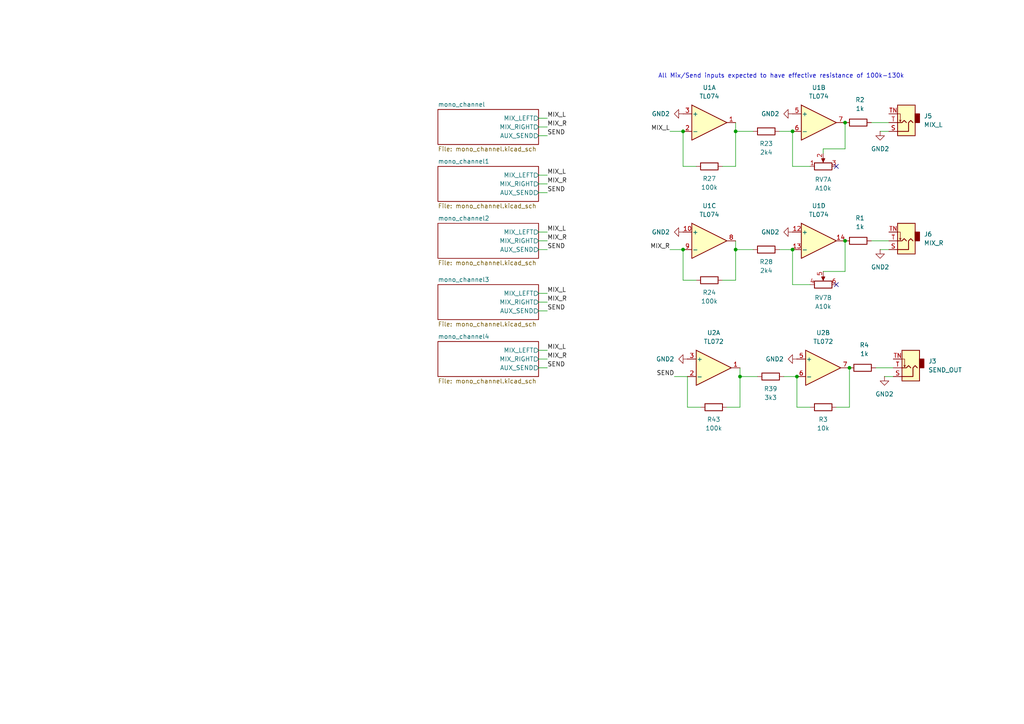
<source format=kicad_sch>
(kicad_sch (version 20231120) (generator "eeschema") (generator_version "8.0")
  (paper "A4")
  (title_block (rev "1A") (comment 1 "1A - updated R23, R28, R39"))
  (lib_symbols
    (symbol "Connector_Audio:AudioJack2_SwitchT"
      (property "Reference" "J" (at 0 8.89 0))
      (property "Value" "AudioJack2_SwitchT" (at 0 6.35 0))
      (symbol "AudioJack2_SwitchT_0_1"
        (rectangle (start -2.54 0) (end -3.81 -2.54) (stroke (width 0.254)) (fill (type outline)))
        (polyline (pts (xy 1.778 -0.254) (xy 2.032 -0.762)))
        (polyline (pts (xy 0 0) (xy 0.635 -0.635) (xy 1.27 0) (xy 2.54 0)) (stroke (width 0.254)))
        (polyline (pts (xy 2.54 -2.54) (xy 1.778 -2.54) (xy 1.778 -0.254) (xy 1.524 -0.762)))
        (polyline (pts (xy 2.54 2.54) (xy -0.635 2.54) (xy -0.635 0) (xy -1.27 -0.635) (xy -1.905 0)) (stroke (width 0.254)))
        (rectangle (start 2.54 3.81) (end -2.54 -5.08) (stroke (width 0.254)) (fill (type background)))
      )
      (symbol "AudioJack2_SwitchT_1_1"
        (pin passive line (at 5.08 2.54 180) (length 2.54) (name "~") (number "S"))
        (pin passive line (at 5.08 0 180) (length 2.54) (name "~") (number "T"))
        (pin passive line (at 5.08 -2.54 180) (length 2.54) (name "~") (number "TN"))
      )
    )
    (symbol "Device:R" (pin_numbers hide) (pin_names (offset 0))
      (property "Reference" "R" (at 2.032 0 90))
      (property "Value" "R" (at 0 0 90))
      (symbol "R_0_1"
        (rectangle (start -1.016 -2.54) (end 1.016 2.54) (stroke (width 0.254)))
      )
      (symbol "R_1_1"
        (pin passive line (at 0 3.81 270) (length 1.27) (name "~") (number "1"))
        (pin passive line (at 0 -3.81 90) (length 1.27) (name "~") (number "2"))
      )
    )
    (symbol "Device:R_Potentiometer_Dual_Separate" (pin_names (offset 1.016) hide)
      (property "Reference" "RV" (at -4.445 0 90))
      (property "Value" "R_Potentiometer_Dual_Separate" (at -2.54 0 90))
      (symbol "R_Potentiometer_Dual_Separate_0_1"
        (polyline (pts (xy 2.54 0) (xy 1.524 0)))
        (polyline (pts (xy 1.143 0) (xy 2.286 0.508) (xy 2.286 -0.508) (xy 1.143 0)) (fill (type outline)))
        (rectangle (start 1.016 2.54) (end -1.016 -2.54) (stroke (width 0.254)))
      )
      (symbol "R_Potentiometer_Dual_Separate_1_1"
        (pin passive line (at 0 3.81 270) (length 1.27) (name "1") (number "1"))
        (pin passive line (at 3.81 0 180) (length 1.27) (name "2") (number "2"))
        (pin passive line (at 0 -3.81 90) (length 1.27) (name "3") (number "3"))
      )
      (symbol "R_Potentiometer_Dual_Separate_2_1"
        (pin passive line (at 0 3.81 270) (length 1.27) (name "4") (number "4"))
        (pin passive line (at 3.81 0 180) (length 1.27) (name "5") (number "5"))
        (pin passive line (at 0 -3.81 90) (length 1.27) (name "6") (number "6"))
      )
    )
    (symbol "KitsBlips:TL072" (pin_names (offset 0.127))
      (property "Reference" "U" (at 0 5.08 0))
      (property "Value" "TL072" (at 0 -5.08 0))
      (symbol "TL072_1_1"
        (polyline (pts (xy -5.08 5.08) (xy 5.08 0) (xy -5.08 -5.08) (xy -5.08 5.08)) (stroke (width 0.254)) (fill (type background)))
        (pin output line (at 7.62 0 180) (length 2.54) (name "~") (number "1"))
        (pin input line (at -7.62 -2.54 0) (length 2.54) (name "-") (number "2"))
        (pin input line (at -7.62 2.54 0) (length 2.54) (name "+") (number "3"))
      )
      (symbol "TL072_2_1"
        (polyline (pts (xy -5.08 5.08) (xy 5.08 0) (xy -5.08 -5.08) (xy -5.08 5.08)) (stroke (width 0.254)) (fill (type background)))
        (pin input line (at -7.62 2.54 0) (length 2.54) (name "+") (number "5"))
        (pin input line (at -7.62 -2.54 0) (length 2.54) (name "-") (number "6"))
        (pin output line (at 7.62 0 180) (length 2.54) (name "~") (number "7"))
      )
      (symbol "TL072_3_1"
        (pin power_in line (at -2.54 -7.62 90) (length 3.81) (name "V-") (number "4"))
        (pin power_in line (at -2.54 7.62 270) (length 3.81) (name "V+") (number "8"))
      )
    )
    (symbol "KitsBlips:TL074" (pin_names (offset 0.127))
      (property "Reference" "U" (at 0 5.08 0))
      (property "Value" "TL074" (at 0 -5.08 0))
      (symbol "TL074_1_1"
        (polyline (pts (xy -5.08 5.08) (xy 5.08 0) (xy -5.08 -5.08) (xy -5.08 5.08)) (stroke (width 0.254)) (fill (type background)))
        (pin output line (at 7.62 0 180) (length 2.54) (name "~") (number "1"))
        (pin input line (at -7.62 -2.54 0) (length 2.54) (name "-") (number "2"))
        (pin input line (at -7.62 2.54 0) (length 2.54) (name "+") (number "3"))
      )
      (symbol "TL074_2_1"
        (polyline (pts (xy -5.08 5.08) (xy 5.08 0) (xy -5.08 -5.08) (xy -5.08 5.08)) (stroke (width 0.254)) (fill (type background)))
        (pin input line (at -7.62 2.54 0) (length 2.54) (name "+") (number "5"))
        (pin input line (at -7.62 -2.54 0) (length 2.54) (name "-") (number "6"))
        (pin output line (at 7.62 0 180) (length 2.54) (name "~") (number "7"))
      )
      (symbol "TL074_3_1"
        (polyline (pts (xy -5.08 5.08) (xy 5.08 0) (xy -5.08 -5.08) (xy -5.08 5.08)) (stroke (width 0.254)) (fill (type background)))
        (pin input line (at -7.62 2.54 0) (length 2.54) (name "+") (number "10"))
        (pin output line (at 7.62 0 180) (length 2.54) (name "~") (number "8"))
        (pin input line (at -7.62 -2.54 0) (length 2.54) (name "-") (number "9"))
      )
      (symbol "TL074_4_1"
        (polyline (pts (xy -5.08 5.08) (xy 5.08 0) (xy -5.08 -5.08) (xy -5.08 5.08)) (stroke (width 0.254)) (fill (type background)))
        (pin input line (at -7.62 2.54 0) (length 2.54) (name "+") (number "12"))
        (pin input line (at -7.62 -2.54 0) (length 2.54) (name "-") (number "13"))
        (pin output line (at 7.62 0 180) (length 2.54) (name "~") (number "14"))
      )
      (symbol "TL074_5_1"
        (pin power_in line (at -2.54 -7.62 90) (length 3.81) (name "V-") (number "11"))
        (pin power_in line (at -2.54 7.62 270) (length 3.81) (name "V+") (number "4"))
      )
    )
    (symbol "power:GND2" (power) (pin_numbers hide) (pin_names (offset 0) hide)
      (property "Value" "GND2" (at 0 -3.81 0))
      (symbol "GND2_0_1"
        (polyline (pts (xy 0 0) (xy 0 -1.27) (xy 1.27 -1.27) (xy 0 -2.54) (xy -1.27 -1.27) (xy 0 -1.27)))
      )
      (symbol "GND2_1_1"
        (pin power_in line (at 0 0 270) (length 0) (name "~") (number "1"))
      )
    )
  )
  (junction (at 213.36 38.1))
  (junction (at 245.11 35.56))
  (junction (at 229.87 72.39))
  (junction (at 213.36 72.39))
  (junction (at 231.14 109.22))
  (junction (at 229.87 38.1))
  (junction (at 214.63 109.22))
  (junction (at 246.38 106.68))
  (junction (at 198.12 38.1))
  (junction (at 245.11 69.85))
  (junction (at 198.12 72.39))
  (no_connect (at 242.57 82.55))
  (no_connect (at 242.57 48.26))
  (wire (pts (xy 199.39 118.11) (xy 199.39 109.22)))
  (wire (pts (xy 246.38 106.68) (xy 246.38 118.11)))
  (wire (pts (xy 252.73 69.85) (xy 257.81 69.85)))
  (wire (pts (xy 156.21 104.14) (xy 158.75 104.14)))
  (wire (pts (xy 227.33 109.22) (xy 231.14 109.22)))
  (wire (pts (xy 156.21 69.85) (xy 158.75 69.85)))
  (wire (pts (xy 198.12 48.26) (xy 198.12 38.1)))
  (wire (pts (xy 209.55 81.28) (xy 213.36 81.28)))
  (wire (pts (xy 257.81 38.1) (xy 255.27 38.1)))
  (wire (pts (xy 194.31 38.1) (xy 198.12 38.1)))
  (wire (pts (xy 156.21 101.6) (xy 158.75 101.6)))
  (wire (pts (xy 156.21 39.37) (xy 158.75 39.37)))
  (wire (pts (xy 213.36 38.1) (xy 218.44 38.1)))
  (wire (pts (xy 226.06 38.1) (xy 229.87 38.1)))
  (wire (pts (xy 156.21 53.34) (xy 158.75 53.34)))
  (wire (pts (xy 245.11 69.85) (xy 245.11 78.74)))
  (wire (pts (xy 195.58 109.22) (xy 199.39 109.22)))
  (wire (pts (xy 156.21 34.29) (xy 158.75 34.29)))
  (wire (pts (xy 156.21 85.09) (xy 158.75 85.09)))
  (wire (pts (xy 257.81 72.39) (xy 255.27 72.39)))
  (wire (pts (xy 156.21 90.17) (xy 158.75 90.17)))
  (wire (pts (xy 238.76 78.74) (xy 245.11 78.74)))
  (wire (pts (xy 229.87 48.26) (xy 234.95 48.26)))
  (wire (pts (xy 214.63 106.68) (xy 214.63 109.22)))
  (wire (pts (xy 213.36 72.39) (xy 218.44 72.39)))
  (wire (pts (xy 156.21 72.39) (xy 158.75 72.39)))
  (wire (pts (xy 213.36 38.1) (xy 213.36 48.26)))
  (wire (pts (xy 156.21 106.68) (xy 158.75 106.68)))
  (wire (pts (xy 156.21 87.63) (xy 158.75 87.63)))
  (wire (pts (xy 194.31 72.39) (xy 198.12 72.39)))
  (wire (pts (xy 246.38 118.11) (xy 242.57 118.11)))
  (wire (pts (xy 213.36 81.28) (xy 213.36 72.39)))
  (wire (pts (xy 231.14 118.11) (xy 234.95 118.11)))
  (wire (pts (xy 214.63 118.11) (xy 214.63 109.22)))
  (wire (pts (xy 231.14 109.22) (xy 231.14 118.11)))
  (wire (pts (xy 156.21 55.88) (xy 158.75 55.88)))
  (wire (pts (xy 201.93 81.28) (xy 198.12 81.28)))
  (wire (pts (xy 209.55 48.26) (xy 213.36 48.26)))
  (wire (pts (xy 156.21 67.31) (xy 158.75 67.31)))
  (wire (pts (xy 156.21 36.83) (xy 158.75 36.83)))
  (wire (pts (xy 201.93 48.26) (xy 198.12 48.26)))
  (wire (pts (xy 245.11 43.18) (xy 245.11 35.56)))
  (wire (pts (xy 238.76 43.18) (xy 238.76 44.45)))
  (wire (pts (xy 213.36 35.56) (xy 213.36 38.1)))
  (wire (pts (xy 214.63 109.22) (xy 219.71 109.22)))
  (wire (pts (xy 198.12 81.28) (xy 198.12 72.39)))
  (wire (pts (xy 254 106.68) (xy 259.08 106.68)))
  (wire (pts (xy 259.08 109.22) (xy 256.54 109.22)))
  (wire (pts (xy 229.87 72.39) (xy 229.87 82.55)))
  (wire (pts (xy 213.36 69.85) (xy 213.36 72.39)))
  (wire (pts (xy 229.87 48.26) (xy 229.87 38.1)))
  (wire (pts (xy 226.06 72.39) (xy 229.87 72.39)))
  (wire (pts (xy 210.82 118.11) (xy 214.63 118.11)))
  (wire (pts (xy 203.2 118.11) (xy 199.39 118.11)))
  (wire (pts (xy 229.87 82.55) (xy 234.95 82.55)))
  (wire (pts (xy 238.76 43.18) (xy 245.11 43.18)))
  (wire (pts (xy 156.21 50.8) (xy 158.75 50.8)))
  (wire (pts (xy 252.73 35.56) (xy 257.81 35.56)))
  (text "All Mix/Send inputs expected to have effective resistance of 100k-130k" (at 226.568 22.098 0) (effects (font (size 1.27 1.27))))
  (label "MIX_R" (at 158.75 87.63 0))
  (label "SEND" (at 158.75 72.39 0))
  (label "MIX_R" (at 194.31 72.39 180))
  (label "SEND" (at 158.75 39.37 0))
  (label "MIX_R" (at 158.75 53.34 0))
  (label "SEND" (at 158.75 106.68 0))
  (label "MIX_R" (at 158.75 36.83 0))
  (label "MIX_L" (at 158.75 67.31 0))
  (label "MIX_L" (at 158.75 50.8 0))
  (label "MIX_R" (at 158.75 69.85 0))
  (label "SEND" (at 158.75 55.88 0))
  (label "SEND" (at 195.58 109.22 180))
  (label "MIX_R" (at 158.75 104.14 0))
  (label "MIX_L" (at 158.75 101.6 0))
  (label "MIX_L" (at 158.75 34.29 0))
  (label "SEND" (at 158.75 90.17 0))
  (label "MIX_L" (at 158.75 85.09 0))
  (label "MIX_L" (at 194.31 38.1 180))
  (symbol (lib_id "power:GND2") (at 255.27 38.1 0) (unit 1)
    (property "Reference" "#PWR022" (effects (hide yes)))
    (property "Value" "GND2" (at 255.27 43.18 0))
    (property "Description" "Power symbol creates a global label with name \"GND2\" , ground" (effects (hide yes)))
  )
  (symbol (lib_id "Device:R_Potentiometer_Dual_Separate") (at 238.76 48.26 90) (unit 1)
    (property "Reference" "RV7" (at 238.76 52.07 90))
    (property "Value" "A10k" (at 238.76 54.61 90))
    (property "Footprint" "KitsBlips:Potentiometer_Alpha_RD902F-40-00D_Dual_Vertical" (effects (hide yes)))
    (property "Description" "Dual potentiometer, separate units" (effects (hide yes)))
  )
  (symbol (lib_id "Device:R") (at 205.74 81.28 270) (unit 1)
    (property "Reference" "R24" (at 205.74 84.836 90))
    (property "Value" "100k" (at 205.74 87.376 90))
    (property "Footprint" "Resistor_SMD:R_0603_1608Metric_Pad0.98x0.95mm_HandSolder" (effects (hide yes)))
    (property "Description" "Resistor" (effects (hide yes)))
  )
  (symbol (lib_id "power:GND2") (at 199.39 104.14 270) (unit 1)
    (property "Reference" "#PWR014" (effects (hide yes)))
    (property "Value" "GND2" (at 195.58 104.1399 90) (effects (justify right)))
    (property "Description" "Power symbol creates a global label with name \"GND2\" , ground" (effects (hide yes)))
  )
  (symbol (lib_id "KitsBlips:TL074") (at 237.49 69.85 0) (unit 4)
    (property "Reference" "U1" (at 237.49 59.69 0))
    (property "Value" "TL074" (at 237.49 62.23 0))
    (property "Footprint" "Package_SO:SOIC-14_3.9x8.7mm_P1.27mm" (effects (hide yes)))
    (property "Datasheet" "http://www.ti.com/lit/ds/symlink/tl071.pdf" (effects (hide yes)))
    (property "Description" "Quad Low-Noise JFET-Input Operational Amplifiers, DIP-14/SOIC-14" (effects (hide yes)))
  )
  (symbol (lib_id "power:GND2") (at 256.54 109.22 0) (unit 1)
    (property "Reference" "#PWR017" (effects (hide yes)))
    (property "Value" "GND2" (at 256.54 114.3 0))
    (property "Description" "Power symbol creates a global label with name \"GND2\" , ground" (effects (hide yes)))
  )
  (symbol (lib_id "Device:R") (at 223.52 109.22 270) (unit 1)
    (property "Reference" "R39" (at 223.52 112.776 90))
    (property "Value" "3k3" (at 223.52 115.316 90))
    (property "Footprint" "Resistor_SMD:R_0603_1608Metric_Pad0.98x0.95mm_HandSolder" (effects (hide yes)))
    (property "Description" "Resistor" (effects (hide yes)))
  )
  (symbol (lib_id "power:GND2") (at 198.12 33.02 270) (unit 1)
    (property "Reference" "#PWR05" (effects (hide yes)))
    (property "Value" "GND2" (at 194.31 33.0199 90) (effects (justify right)))
    (property "Description" "Power symbol creates a global label with name \"GND2\" , ground" (effects (hide yes)))
  )
  (symbol (lib_id "Device:R") (at 250.19 106.68 270) (unit 1)
    (property "Reference" "R4" (at 250.698 100.076 90))
    (property "Value" "1k" (at 250.698 102.616 90))
    (property "Footprint" "Resistor_SMD:R_0603_1608Metric_Pad0.98x0.95mm_HandSolder" (effects (hide yes)))
    (property "Description" "Resistor" (effects (hide yes)))
  )
  (symbol (lib_id "power:GND2") (at 255.27 72.39 0) (unit 1)
    (property "Reference" "#PWR028" (effects (hide yes)))
    (property "Value" "GND2" (at 255.27 77.47 0))
    (property "Description" "Power symbol creates a global label with name \"GND2\" , ground" (effects (hide yes)))
  )
  (symbol (lib_id "Device:R") (at 207.01 118.11 270) (unit 1)
    (property "Reference" "R43" (at 207.01 121.666 90))
    (property "Value" "100k" (at 207.01 124.206 90))
    (property "Footprint" "Resistor_SMD:R_0603_1608Metric_Pad0.98x0.95mm_HandSolder" (effects (hide yes)))
    (property "Description" "Resistor" (effects (hide yes)))
  )
  (symbol (lib_id "Device:R") (at 248.92 69.85 270) (unit 1)
    (property "Reference" "R1" (at 249.428 63.246 90))
    (property "Value" "1k" (at 249.428 65.786 90))
    (property "Footprint" "Resistor_SMD:R_0603_1608Metric_Pad0.98x0.95mm_HandSolder" (effects (hide yes)))
    (property "Description" "Resistor" (effects (hide yes)))
  )
  (symbol (lib_id "Device:R") (at 248.92 35.56 270) (unit 1)
    (property "Reference" "R2" (at 249.428 28.956 90))
    (property "Value" "1k" (at 249.428 31.496 90))
    (property "Footprint" "Resistor_SMD:R_0603_1608Metric_Pad0.98x0.95mm_HandSolder" (effects (hide yes)))
    (property "Description" "Resistor" (effects (hide yes)))
  )
  (symbol (lib_id "Connector_Audio:AudioJack2_SwitchT") (at 262.89 69.85 180) (unit 1)
    (property "Reference" "J6" (at 267.97 67.9449 0) (effects (justify right)))
    (property "Value" "MIX_R" (at 267.97 70.4849 0) (effects (justify right)))
    (property "Footprint" "KitsBlips:Jack_3.5mm_QingPu_WQP-PJ398SM_Vertical_CircularHoles" (effects (hide yes)))
    (property "Description" "Audio Jack, 2 Poles (Mono / TS), Switched T Pole (Normalling)" (effects (hide yes)))
  )
  (symbol (lib_id "power:GND2") (at 198.12 67.31 270) (unit 1)
    (property "Reference" "#PWR07" (effects (hide yes)))
    (property "Value" "GND2" (at 194.31 67.3099 90) (effects (justify right)))
    (property "Description" "Power symbol creates a global label with name \"GND2\" , ground" (effects (hide yes)))
  )
  (symbol (lib_id "Connector_Audio:AudioJack2_SwitchT") (at 264.16 106.68 180) (unit 1)
    (property "Reference" "J3" (at 269.24 104.7749 0) (effects (justify right)))
    (property "Value" "SEND_OUT" (at 269.24 107.3149 0) (effects (justify right)))
    (property "Footprint" "KitsBlips:Jack_3.5mm_QingPu_WQP-PJ398SM_Vertical_CircularHoles" (effects (hide yes)))
    (property "Description" "Audio Jack, 2 Poles (Mono / TS), Switched T Pole (Normalling)" (effects (hide yes)))
  )
  (symbol (lib_id "Device:R") (at 222.25 72.39 270) (unit 1)
    (property "Reference" "R28" (at 222.25 75.946 90))
    (property "Value" "2k4" (at 222.25 78.486 90))
    (property "Footprint" "Resistor_SMD:R_0603_1608Metric_Pad0.98x0.95mm_HandSolder" (effects (hide yes)))
    (property "Description" "Resistor" (effects (hide yes)))
  )
  (symbol (lib_id "Device:R_Potentiometer_Dual_Separate") (at 238.76 82.55 90) (unit 2)
    (property "Reference" "RV7" (at 238.76 86.36 90))
    (property "Value" "A10k" (at 238.76 88.9 90))
    (property "Footprint" "KitsBlips:Potentiometer_Alpha_RD902F-40-00D_Dual_Vertical" (effects (hide yes)))
    (property "Description" "Dual potentiometer, separate units" (effects (hide yes)))
  )
  (symbol (lib_id "Device:R") (at 238.76 118.11 270) (unit 1)
    (property "Reference" "R3" (at 238.76 121.666 90))
    (property "Value" "10k" (at 238.76 124.206 90))
    (property "Footprint" "Resistor_SMD:R_0603_1608Metric_Pad0.98x0.95mm_HandSolder" (effects (hide yes)))
    (property "Description" "Resistor" (effects (hide yes)))
  )
  (symbol (lib_id "power:GND2") (at 231.14 104.14 270) (unit 1)
    (property "Reference" "#PWR016" (effects (hide yes)))
    (property "Value" "GND2" (at 227.33 104.1399 90) (effects (justify right)))
    (property "Description" "Power symbol creates a global label with name \"GND2\" , ground" (effects (hide yes)))
  )
  (symbol (lib_id "KitsBlips:TL072") (at 207.01 106.68 0) (unit 1)
    (property "Reference" "U2" (at 207.01 96.52 0))
    (property "Value" "TL072" (at 207.01 99.06 0))
    (property "Footprint" "Package_SO:SOIC-8_3.9x4.9mm_P1.27mm" (effects (hide yes)))
    (property "Datasheet" "http://www.ti.com/lit/ds/symlink/tl071.pdf" (effects (hide yes)))
    (property "Description" "Dual Low-Noise JFET-Input Operational Amplifiers, DIP-8/SOIC-8" (effects (hide yes)))
  )
  (symbol (lib_id "Device:R") (at 222.25 38.1 270) (unit 1)
    (property "Reference" "R23" (at 222.25 41.656 90))
    (property "Value" "2k4" (at 222.25 44.196 90))
    (property "Footprint" "Resistor_SMD:R_0603_1608Metric_Pad0.98x0.95mm_HandSolder" (effects (hide yes)))
    (property "Description" "Resistor" (effects (hide yes)))
  )
  (symbol (lib_id "KitsBlips:TL074") (at 205.74 69.85 0) (unit 3)
    (property "Reference" "U1" (at 205.74 59.69 0))
    (property "Value" "TL074" (at 205.74 62.23 0))
    (property "Footprint" "Package_SO:SOIC-14_3.9x8.7mm_P1.27mm" (effects (hide yes)))
    (property "Datasheet" "http://www.ti.com/lit/ds/symlink/tl071.pdf" (effects (hide yes)))
    (property "Description" "Quad Low-Noise JFET-Input Operational Amplifiers, DIP-14/SOIC-14" (effects (hide yes)))
  )
  (symbol (lib_id "KitsBlips:TL074") (at 237.49 35.56 0) (unit 2)
    (property "Reference" "U1" (at 237.49 25.4 0))
    (property "Value" "TL074" (at 237.49 27.94 0))
    (property "Footprint" "Package_SO:SOIC-14_3.9x8.7mm_P1.27mm" (effects (hide yes)))
    (property "Datasheet" "http://www.ti.com/lit/ds/symlink/tl071.pdf" (effects (hide yes)))
    (property "Description" "Quad Low-Noise JFET-Input Operational Amplifiers, DIP-14/SOIC-14" (effects (hide yes)))
  )
  (symbol (lib_id "power:GND2") (at 229.87 67.31 270) (unit 1)
    (property "Reference" "#PWR020" (effects (hide yes)))
    (property "Value" "GND2" (at 226.06 67.3099 90) (effects (justify right)))
    (property "Description" "Power symbol creates a global label with name \"GND2\" , ground" (effects (hide yes)))
  )
  (symbol (lib_id "Connector_Audio:AudioJack2_SwitchT") (at 262.89 35.56 180) (unit 1)
    (property "Reference" "J5" (at 267.97 33.6549 0) (effects (justify right)))
    (property "Value" "MIX_L" (at 267.97 36.1949 0) (effects (justify right)))
    (property "Footprint" "KitsBlips:Jack_3.5mm_QingPu_WQP-PJ398SM_Vertical_CircularHoles" (effects (hide yes)))
    (property "Description" "Audio Jack, 2 Poles (Mono / TS), Switched T Pole (Normalling)" (effects (hide yes)))
  )
  (symbol (lib_id "power:GND2") (at 229.87 33.02 270) (unit 1)
    (property "Reference" "#PWR019" (effects (hide yes)))
    (property "Value" "GND2" (at 226.06 33.0199 90) (effects (justify right)))
    (property "Description" "Power symbol creates a global label with name \"GND2\" , ground" (effects (hide yes)))
  )
  (symbol (lib_id "Device:R") (at 205.74 48.26 270) (unit 1)
    (property "Reference" "R27" (at 205.74 51.816 90))
    (property "Value" "100k" (at 205.74 54.356 90))
    (property "Footprint" "Resistor_SMD:R_0603_1608Metric_Pad0.98x0.95mm_HandSolder" (effects (hide yes)))
    (property "Description" "Resistor" (effects (hide yes)))
  )
  (symbol (lib_id "KitsBlips:TL074") (at 205.74 35.56 0) (unit 1)
    (property "Reference" "U1" (at 205.74 25.4 0))
    (property "Value" "TL074" (at 205.74 27.94 0))
    (property "Footprint" "Package_SO:SOIC-14_3.9x8.7mm_P1.27mm" (effects (hide yes)))
    (property "Datasheet" "http://www.ti.com/lit/ds/symlink/tl071.pdf" (effects (hide yes)))
    (property "Description" "Quad Low-Noise JFET-Input Operational Amplifiers, DIP-14/SOIC-14" (effects (hide yes)))
  )
  (symbol (lib_id "KitsBlips:TL072") (at 238.76 106.68 0) (unit 2)
    (property "Reference" "U2" (at 238.76 96.52 0))
    (property "Value" "TL072" (at 238.76 99.06 0))
    (property "Footprint" "Package_SO:SOIC-8_3.9x4.9mm_P1.27mm" (effects (hide yes)))
    (property "Datasheet" "http://www.ti.com/lit/ds/symlink/tl071.pdf" (effects (hide yes)))
    (property "Description" "Dual Low-Noise JFET-Input Operational Amplifiers, DIP-8/SOIC-8" (effects (hide yes)))
  )
  (sheet (at 127 64.77) (size 29.21 10.16) (stroke (width 0.1524))
    (property "Sheetname" "mono_channel2" (at 127 64.0584 0) (effects (justify left bottom)))
    (property "Sheetfile" "mono_channel.kicad_sch" (at 127 75.5146 0) (effects (justify left top)))
    (pin "MIX_RIGHT" output (at 156.21 69.85 0))
    (pin "MIX_LEFT" output (at 156.21 67.31 0))
    (pin "AUX_SEND" output (at 156.21 72.39 0))
  )
  (sheet (at 127 82.55) (size 29.21 10.16) (stroke (width 0.1524))
    (property "Sheetname" "mono_channel3" (at 127 81.8384 0) (effects (justify left bottom)))
    (property "Sheetfile" "mono_channel.kicad_sch" (at 127 93.2946 0) (effects (justify left top)))
    (pin "MIX_RIGHT" output (at 156.21 87.63 0))
    (pin "MIX_LEFT" output (at 156.21 85.09 0))
    (pin "AUX_SEND" output (at 156.21 90.17 0))
  )
  (sheet (at 127 31.75) (size 29.21 10.16) (stroke (width 0.1524))
    (property "Sheetname" "mono_channel" (at 127 31.0384 0) (effects (justify left bottom)))
    (property "Sheetfile" "mono_channel.kicad_sch" (at 127 42.4946 0) (effects (justify left top)))
    (pin "MIX_RIGHT" output (at 156.21 36.83 0))
    (pin "MIX_LEFT" output (at 156.21 34.29 0))
    (pin "AUX_SEND" output (at 156.21 39.37 0))
  )
  (sheet (at 127 48.26) (size 29.21 10.16) (stroke (width 0.1524))
    (property "Sheetname" "mono_channel1" (at 127 47.5484 0) (effects (justify left bottom)))
    (property "Sheetfile" "mono_channel.kicad_sch" (at 127 59.0046 0) (effects (justify left top)))
    (pin "MIX_RIGHT" output (at 156.21 53.34 0))
    (pin "MIX_LEFT" output (at 156.21 50.8 0))
    (pin "AUX_SEND" output (at 156.21 55.88 0))
  )
  (sheet (at 127 99.06) (size 29.21 10.16) (stroke (width 0.1524))
    (property "Sheetname" "mono_channel4" (at 127 98.3484 0) (effects (justify left bottom)))
    (property "Sheetfile" "mono_channel.kicad_sch" (at 127 109.8046 0) (effects (justify left top)))
    (pin "MIX_RIGHT" output (at 156.21 104.14 0))
    (pin "MIX_LEFT" output (at 156.21 101.6 0))
    (pin "AUX_SEND" output (at 156.21 106.68 0))
  )
)
</source>
